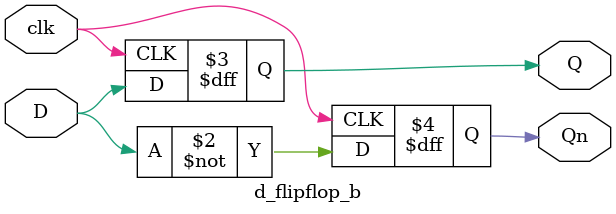
<source format=v>
`timescale 1ns / 1ps

// D Flip Flop normal [with clock] (behavioral)
module d_flipflop_b(Q, Qn, D, clk);
	input wire clk, D;
	output reg Q, Qn;

	always@(posedge clk) begin
		Q <= D;
		Qn <= ~D;
	end
endmodule

</source>
